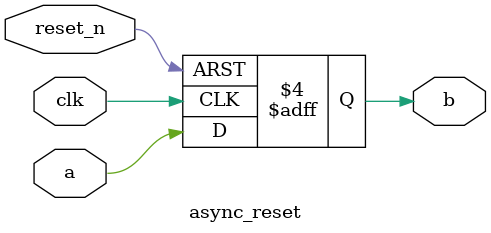
<source format=sv>
module async_reset (
    input clk,      // Clock input
    input reset_n,  // Asynchronous active-low reset signal
    input a,        // Input signal
    output reg b    // Output signal
);

    // Display message to indicate simulation start
    initial begin
        $display("ASYNC_RESET_pass_design: Simulation started with asynchronous reset.");
    end

    // Always block with asynchronous reset
    always @(posedge clk or negedge reset_n) begin
        if (!reset_n) begin
            // Asynchronous reset initializes `b` immediately
            b <= 1'b0;
            $display("Asynchronous Reset Active: b initialized to 0.");
        end
        else begin
            // Normal operation, `b` follows the value of `a`
            b <= a;
            $display("Signal `a` value applied: b = %b", a);
        end
    end

endmodule


</source>
